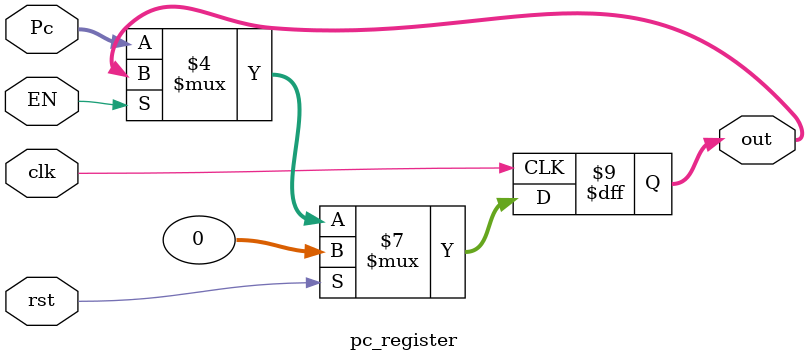
<source format=v>
module pc_register(input [31:0] Pc, input clk, rst, EN, output reg[31:0] out);

	always@(posedge clk)begin
		if(rst)
			out <= 32'b0;
		else if(~EN) // because of the bubble in the datapath
			out <= Pc;
		else
			out <= out;
	end
		
endmodule	
</source>
